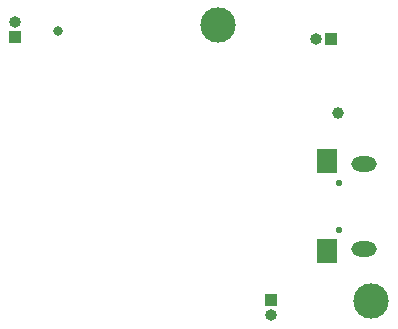
<source format=gbr>
%TF.GenerationSoftware,KiCad,Pcbnew,(5.1.9-0-10_14)*%
%TF.CreationDate,2021-10-29T13:13:03+02:00*%
%TF.ProjectId,Leo_muziekdoos,4c656f5f-6d75-47a6-9965-6b646f6f732e,rev?*%
%TF.SameCoordinates,Original*%
%TF.FileFunction,Soldermask,Bot*%
%TF.FilePolarity,Negative*%
%FSLAX46Y46*%
G04 Gerber Fmt 4.6, Leading zero omitted, Abs format (unit mm)*
G04 Created by KiCad (PCBNEW (5.1.9-0-10_14)) date 2021-10-29 13:13:03*
%MOMM*%
%LPD*%
G01*
G04 APERTURE LIST*
%ADD10C,0.800000*%
%ADD11C,1.000000*%
%ADD12O,1.000000X1.000000*%
%ADD13R,1.000000X1.000000*%
%ADD14C,3.000000*%
%ADD15R,1.800000X2.000000*%
%ADD16O,2.150000X1.300000*%
%ADD17C,0.550000*%
G04 APERTURE END LIST*
D10*
%TO.C,SW1*%
X55890000Y-65836800D03*
%TD*%
D11*
%TO.C,TP1*%
X79629000Y-72796400D03*
%TD*%
D12*
%TO.C,J3*%
X77762100Y-66548000D03*
D13*
X79032100Y-66548000D03*
%TD*%
D12*
%TO.C,J1*%
X73952100Y-89928700D03*
D13*
X73952100Y-88658700D03*
%TD*%
D14*
%TO.C,M2*%
X82397600Y-88696800D03*
%TD*%
D12*
%TO.C,J4*%
X52311300Y-65074800D03*
D13*
X52311300Y-66344800D03*
%TD*%
D15*
%TO.C,J2*%
X78704200Y-84495800D03*
D16*
X81864200Y-84295800D03*
D15*
X78704200Y-76895800D03*
D16*
X81864200Y-77095800D03*
D17*
X79714200Y-82695800D03*
X79714200Y-78695800D03*
%TD*%
D14*
%TO.C,M1*%
X69450000Y-65370000D03*
%TD*%
M02*

</source>
